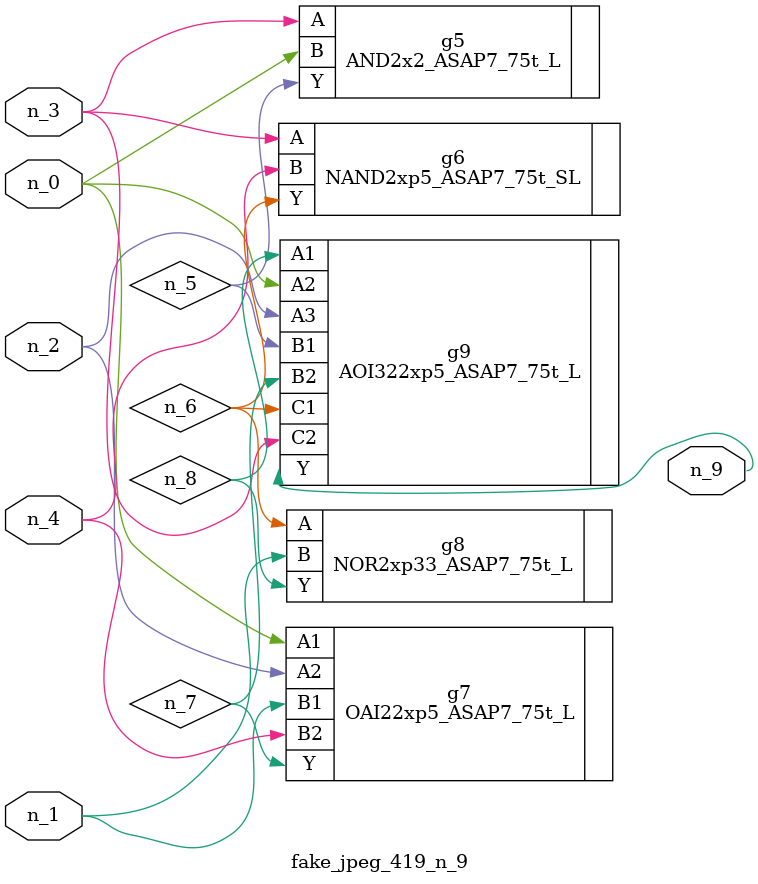
<source format=v>
module fake_jpeg_419_n_9 (n_3, n_2, n_1, n_0, n_4, n_9);

input n_3;
input n_2;
input n_1;
input n_0;
input n_4;

output n_9;

wire n_8;
wire n_6;
wire n_5;
wire n_7;

AND2x2_ASAP7_75t_L g5 ( 
.A(n_3),
.B(n_0),
.Y(n_5)
);

NAND2xp5_ASAP7_75t_SL g6 ( 
.A(n_3),
.B(n_4),
.Y(n_6)
);

OAI22xp5_ASAP7_75t_L g7 ( 
.A1(n_0),
.A2(n_2),
.B1(n_1),
.B2(n_4),
.Y(n_7)
);

NOR2xp33_ASAP7_75t_L g8 ( 
.A(n_6),
.B(n_1),
.Y(n_8)
);

AOI322xp5_ASAP7_75t_L g9 ( 
.A1(n_8),
.A2(n_0),
.A3(n_2),
.B1(n_5),
.B2(n_7),
.C1(n_6),
.C2(n_3),
.Y(n_9)
);


endmodule
</source>
